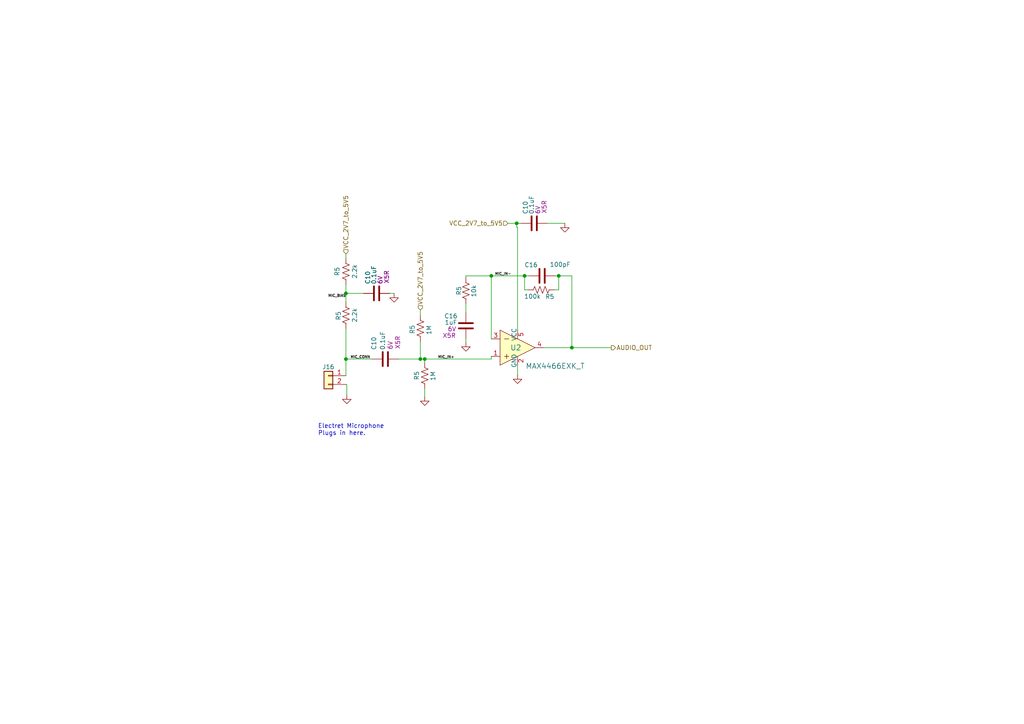
<source format=kicad_sch>
(kicad_sch (version 20230121) (generator eeschema)
  (paper "A4")
  (lib_symbols
    (symbol "4ms_Connector:Conn_01x02" (pin_names (offset 1.016) hide)
      (property "Reference" "J" (at 0 2.54 0))
      (property "Value" "Conn_01x02" (at 0 -5.08 0))
      (symbol "Conn_01x02_1_1"
        (rectangle (start -1.27 -2.413) (end 0 -2.667) (stroke (width 0.1524)))
        (rectangle (start -1.27 0.127) (end 0 -0.127) (stroke (width 0.1524)))
        (rectangle (start -1.27 1.27) (end 1.27 -3.81) (stroke (width 0.254)) (fill (type background)))
        (pin passive line (at -5.08 0 0) (length 3.81) (name "Pin_1") (number "1"))
        (pin passive line (at -5.08 -2.54 0) (length 3.81) (name "Pin_2") (number "2"))
      )
    )
    (symbol "Device:C" (pin_numbers hide) (pin_names (offset 0.254))
      (property "Reference" "C" (at 0.635 2.54 0))
      (property "Value" "C" (at 0.635 -2.54 0))
      (symbol "C_0_1"
        (polyline (pts (xy -2.032 -0.762) (xy 2.032 -0.762)) (stroke (width 0.508)))
        (polyline (pts (xy -2.032 0.762) (xy 2.032 0.762)) (stroke (width 0.508)))
      )
      (symbol "C_1_1"
        (pin passive line (at 0 3.81 270) (length 2.794) (name "~") (number "1"))
        (pin passive line (at 0 -3.81 90) (length 2.794) (name "~") (number "2"))
      )
    )
    (symbol "Device:R_US" (pin_numbers hide) (pin_names (offset 0))
      (property "Reference" "R" (at 2.54 0 90))
      (property "Value" "R_US" (at -2.54 0 90))
      (symbol "R_US_0_1"
        (polyline (pts (xy 0 -2.286) (xy 0 -2.54)))
        (polyline (pts (xy 0 2.286) (xy 0 2.54)))
        (polyline (pts (xy 0 -0.762) (xy 1.016 -1.143) (xy 0 -1.524) (xy -1.016 -1.905) (xy 0 -2.286)))
        (polyline (pts (xy 0 0.762) (xy 1.016 0.381) (xy 0 0) (xy -1.016 -0.381) (xy 0 -0.762)))
        (polyline (pts (xy 0 2.286) (xy 1.016 1.905) (xy 0 1.524) (xy -1.016 1.143) (xy 0 0.762)))
      )
      (symbol "R_US_1_1"
        (pin passive line (at 0 3.81 270) (length 1.27) (name "~") (number "1"))
        (pin passive line (at 0 -3.81 90) (length 1.27) (name "~") (number "2"))
      )
    )
    (symbol "dk_Linear-Amplifiers-Audio:MAX4466EXK_T" (pin_names (offset 0))
      (property "Reference" "U" (at -5.08 7.62 0))
      (property "Value" "MAX4466EXK_T" (at 2.54 -5.08 0))
      (symbol "MAX4466EXK_T_0_1"
        (polyline (pts (xy -3.81 -2.54) (xy -2.54 -2.54)))
        (polyline (pts (xy -3.81 2.54) (xy -2.54 2.54)))
        (polyline (pts (xy -3.175 -1.905) (xy -3.175 -3.175)))
        (polyline (pts (xy -5.08 5.08) (xy -5.08 -5.08) (xy 5.08 0) (xy -5.08 5.08)) (fill (type background)))
      )
      (symbol "MAX4466EXK_T_1_1"
        (pin input line (at -7.62 -2.54 0) (length 2.54) (name "~") (number "1"))
        (pin power_in line (at 0 -5.08 90) (length 2.54) (name "GND") (number "2"))
        (pin input line (at -7.62 2.54 0) (length 2.54) (name "~") (number "3"))
        (pin output line (at 7.62 0 180) (length 2.54) (name "~") (number "4"))
        (pin power_in line (at 0 5.08 270) (length 2.54) (name "VCC") (number "5"))
      )
    )
    (symbol "power:GND" (power) (pin_names (offset 0))
      (property "Value" "GND" (at 0 -3.81 0))
      (symbol "GND_0_1"
        (polyline (pts (xy 0 0) (xy 0 -1.27) (xy 1.27 -1.27) (xy 0 -2.54) (xy -1.27 -1.27) (xy 0 -1.27)))
      )
      (symbol "GND_1_1"
        (pin power_in line (at 0 0 270) (length 0) hide (name "GND") (number "1"))
      )
    )
  )
  (junction (at 123.19 104.14))
  (junction (at 142.494 80.01))
  (junction (at 121.92 104.14))
  (junction (at 100.33 85.09))
  (junction (at 100.33 104.14))
  (junction (at 149.86 64.77))
  (junction (at 152.146 80.01))
  (junction (at 162.052 80.01))
  (junction (at 165.862 100.838))
  (wire (pts (xy 152.146 80.01) (xy 152.146 84.074)))
  (wire (pts (xy 165.862 100.838) (xy 157.734 100.838)))
  (wire (pts (xy 150.114 105.918) (xy 150.114 108.712)))
  (wire (pts (xy 135.128 80.518) (xy 135.128 80.01)))
  (wire (pts (xy 100.33 111.506) (xy 100.584 111.506)))
  (wire (pts (xy 121.92 104.14) (xy 123.19 104.14)))
  (wire (pts (xy 100.33 85.09) (xy 100.33 87.63)))
  (wire (pts (xy 142.494 80.01) (xy 142.494 98.298)))
  (wire (pts (xy 105.41 85.09) (xy 100.33 85.09)))
  (wire (pts (xy 152.146 80.01) (xy 142.494 80.01)))
  (wire (pts (xy 147.32 64.77) (xy 149.86 64.77)))
  (wire (pts (xy 149.86 65.913) (xy 150.114 65.913)))
  (wire (pts (xy 165.862 100.838) (xy 177.292 100.838)))
  (wire (pts (xy 149.86 64.77) (xy 149.86 65.913)))
  (wire (pts (xy 100.33 104.14) (xy 100.33 108.966)))
  (wire (pts (xy 165.862 80.01) (xy 165.862 100.838)))
  (wire (pts (xy 100.584 111.506) (xy 100.584 114.554)))
  (wire (pts (xy 115.57 104.14) (xy 121.92 104.14)))
  (wire (pts (xy 100.33 104.14) (xy 107.95 104.14)))
  (wire (pts (xy 162.052 80.01) (xy 162.052 84.074)))
  (wire (pts (xy 121.92 99.06) (xy 121.92 104.14)))
  (wire (pts (xy 161.036 80.01) (xy 162.052 80.01)))
  (wire (pts (xy 100.33 95.25) (xy 100.33 104.14)))
  (wire (pts (xy 121.92 89.916) (xy 121.92 91.44)))
  (wire (pts (xy 135.128 80.01) (xy 142.494 80.01)))
  (wire (pts (xy 150.114 65.913) (xy 150.114 95.758)))
  (wire (pts (xy 160.782 84.074) (xy 162.052 84.074)))
  (wire (pts (xy 135.128 99.314) (xy 135.128 98.298)))
  (wire (pts (xy 100.33 73.66) (xy 100.33 74.93)))
  (wire (pts (xy 135.128 90.678) (xy 135.128 88.138)))
  (wire (pts (xy 100.33 82.55) (xy 100.33 85.09)))
  (wire (pts (xy 142.494 104.14) (xy 142.494 103.378)))
  (wire (pts (xy 123.19 104.14) (xy 123.19 105.156)))
  (wire (pts (xy 162.052 80.01) (xy 165.862 80.01)))
  (wire (pts (xy 158.75 64.77) (xy 163.83 64.77)))
  (wire (pts (xy 123.19 115.062) (xy 123.19 112.776)))
  (wire (pts (xy 153.162 84.074) (xy 152.146 84.074)))
  (wire (pts (xy 149.86 64.77) (xy 151.13 64.77)))
  (wire (pts (xy 153.416 80.01) (xy 152.146 80.01)))
  (wire (pts (xy 113.03 85.09) (xy 114.3 85.09)))
  (wire (pts (xy 123.19 104.14) (xy 142.494 104.14)))
  (text "Electret Microphone\nPlugs in here." (at 92.202 126.492 0) (effects (font (size 1.27 1.27)) (justify left bottom)))
  (label "MIC_IN-" (at 143.51 80.01 0) (effects (font (size 0.75 0.75))))
  (label "MIC_IN+" (at 127 104.14 0) (effects (font (size 0.75 0.75))))
  (label "MIC_CONN" (at 101.6 104.14 0) (effects (font (size 0.75 0.75))))
  (label "MIC_BIAS" (at 100.33 86.36 180) (effects (font (size 0.75 0.75))))
  (hierarchical_label "VCC_2V7_to_5V5" (shape input) (at 147.32 64.77 180))
  (hierarchical_label "VCC_2V7_to_5V5" (shape input) (at 100.33 73.66 90))
  (hierarchical_label "AUDIO_OUT" (shape output) (at 177.292 100.838 0))
  (hierarchical_label "VCC_2V7_to_5V5" (shape input) (at 121.92 89.916 90))
  (symbol (lib_id "Device:C") (at 135.128 94.488 180) (unit 1)
    (property "Reference" "C16" (at 130.7888 91.6731 0))
    (property "Value" "1uF" (at 130.7875 93.5338 0))
    (property "Footprint" "Capacitor_SMD:C_0603_1608Metric" (effects hide))
    (property "Voltage" "6V" (at 131.0841 95.4407 0))
    (property "Type" "X5R" (at 130.3002 97.3263 0))
    (instances (project "DaisySeedBreakout" (path "" (reference "C16") (unit 1)) (path "" (reference "C28") (unit 1))))
  )
  (symbol (lib_id "4ms_Connector:Conn_01x02") (at 95.25 108.966 0) (mirror y) (unit 1)
    (property "Reference" "J16" (at 95.25 106.426 0))
    (property "Value" "Conn_01x02" (effects hide))
    (property "Footprint" "1x2FemaleVertical:PinHeader_1x02_P2.54mm_VerticalFemale" (effects hide))
    (property "Specifications" "Pins_01x02, Header, Male Pins, 1*2, spacing 2.54mm, straight pin" (effects hide))
    (property "Manufacturer" "TAD" (effects hide))
    (property "Part Number" "RS1-02-G" (effects hide))
    (instances (project "DaisySeedBreakout" (path "" (reference "J16") (unit 1)) (path "" (reference "J17") (unit 1))))
  )
  (symbol (lib_id "power:GND") (at 163.83 64.77 0) (unit 1)
    (property "Reference" "#PWR029" (effects hide))
    (property "Value" "GND" (effects hide))
    (instances (project "DaisySeedBreakout" (path "" (reference "#PWR029") (unit 1)) (path "" (reference "#PWR048") (unit 1))))
  )
  (symbol (lib_id "power:GND") (at 100.584 114.554 0) (unit 1)
    (property "Reference" "#PWR02" (effects hide))
    (property "Value" "GND" (effects hide))
    (instances (project "DaisySeedBreakout" (path "" (reference "#PWR02") (unit 1)) (path "" (reference "#PWR031") (unit 1))))
  )
  (symbol (lib_id "Device:R_US") (at 123.19 108.966 180) (unit 1)
    (property "Reference" "R5" (at 120.8619 108.9427 90))
    (property "Value" "1M" (at 125.5886 109.0698 90))
    (property "Footprint" "Resistor_SMD:R_0603_1608Metric" (effects hide))
    (instances (project "DaisySeedBreakout" (path "" (reference "R5") (unit 1)) (path "" (reference "R16") (unit 1))))
  )
  (symbol (lib_id "Device:R_US") (at 135.128 84.328 180) (unit 1)
    (property "Reference" "R5" (at 133.096 84.328 90))
    (property "Value" "10k" (at 137.4339 84.4205 90))
    (property "Footprint" "Resistor_SMD:R_0603_1608Metric" (effects hide))
    (instances (project "DaisySeedBreakout" (path "" (reference "R5") (unit 1)) (path "" (reference "R20") (unit 1))))
  )
  (symbol (lib_id "Device:R_US") (at 156.972 84.074 270) (unit 1)
    (property "Reference" "R5" (at 159.4546 86.0507 90))
    (property "Value" "100k" (at 154.432 85.979 90))
    (property "Footprint" "Resistor_SMD:R_0603_1608Metric" (effects hide))
    (instances (project "DaisySeedBreakout" (path "" (reference "R5") (unit 1)) (path "" (reference "R17") (unit 1))))
  )
  (symbol (lib_id "Device:C") (at 111.76 104.14 90) (unit 1)
    (property "Reference" "C10" (at 108.4438 101.5352 0) (effects (justify left)))
    (property "Value" "0.1uF" (at 110.9838 101.5352 0) (effects (justify left)))
    (property "Footprint" "Capacitor_SMD:C_0603_1608Metric" (effects hide))
    (property "Voltage" "6V" (at 113.2247 100.1369 0))
    (property "Type" "X5R" (at 115.3779 99.2898 0))
    (instances (project "DaisySeedBreakout" (path "" (reference "C10") (unit 1)) (path "" (reference "C26") (unit 1))))
  )
  (symbol (lib_id "Device:C") (at 154.94 64.77 90) (unit 1)
    (property "Reference" "C10" (at 152.3987 62.1477 0) (effects (justify left)))
    (property "Value" "0.1uF" (at 154.1638 62.1652 0) (effects (justify left)))
    (property "Footprint" "Capacitor_SMD:C_0603_1608Metric" (effects hide))
    (property "Voltage" "6V" (at 156.0005 60.8552 0))
    (property "Type" "X5R" (at 157.865 59.9866 0))
    (instances (project "DaisySeedBreakout" (path "" (reference "C10") (unit 1)) (path "" (reference "C23") (unit 1))))
  )
  (symbol (lib_id "Device:R_US") (at 100.33 91.44 180) (unit 1)
    (property "Reference" "R5" (at 98.1662 91.5937 90))
    (property "Value" "2.2k" (at 102.87 91.44 90))
    (property "Footprint" "Resistor_SMD:R_0603_1608Metric" (effects hide))
    (instances (project "DaisySeedBreakout" (path "" (reference "R5") (unit 1)) (path "" (reference "R13") (unit 1))))
  )
  (symbol (lib_id "dk_Linear-Amplifiers-Audio:MAX4466EXK_T") (at 150.114 100.838 0) (unit 1)
    (property "Reference" "U2" (at 149.606 100.838 0) (effects (font (size 1.524 1.524))))
    (property "Value" "MAX4466EXK_T" (at 161.036 106.172 0) (effects (font (size 1.524 1.524))))
    (property "Footprint" "digikey-footprints:SOT-353" (effects hide))
    (property "Datasheet" "https://datasheets.maximintegrated.com/en/ds/MAX4465-MAX4469.pdf" (effects hide))
    (property "Digi-Key_PN" "MAX4466EXK+CT-ND" (effects hide))
    (property "MPN" "MAX4466EXK+T" (effects hide))
    (property "Category" "Integrated Circuits (ICs)" (effects hide))
    (property "Family" "Linear - Amplifiers - Audio" (effects hide))
    (property "DK_Datasheet_Link" "https://datasheets.maximintegrated.com/en/ds/MAX4465-MAX4469.pdf" (effects hide))
    (property "DK_Detail_Page" "/product-detail/en/maxim-integrated/MAX4466EXK-T/MAX4466EXK-CT-ND/5405773" (effects hide))
    (property "Description" "IC PREAMP AUDIO MONO AB SC70-5" (effects hide))
    (property "Manufacturer" "Maxim Integrated" (effects hide))
    (property "Status" "Active" (effects hide))
    (property "MnfNumber" "MAX4466EXK+T" (effects hide))
  )
  (symbol (lib_id "Device:R_US") (at 121.92 95.25 180) (unit 1)
    (property "Reference" "R5" (at 119.5919 95.5661 90))
    (property "Value" "1M" (at 124.4245 95.7145 90))
    (property "Footprint" "Resistor_SMD:R_0603_1608Metric" (effects hide))
    (instances (project "DaisySeedBreakout" (path "" (reference "R5") (unit 1)) (path "" (reference "R15") (unit 1))))
  )
  (symbol (lib_id "power:GND") (at 135.128 99.314 0) (unit 1)
    (property "Reference" "#PWR02" (effects hide))
    (property "Value" "GND" (effects hide))
    (instances (project "DaisySeedBreakout" (path "" (reference "#PWR02") (unit 1)) (path "" (reference "#PWR051") (unit 1))))
  )
  (symbol (lib_id "power:GND") (at 114.3 85.09 0) (unit 1)
    (property "Reference" "#PWR029" (effects hide))
    (property "Value" "GND" (effects hide))
    (instances (project "DaisySeedBreakout" (path "" (reference "#PWR029") (unit 1)) (path "" (reference "#PWR049") (unit 1))))
  )
  (symbol (lib_id "Device:C") (at 109.22 85.09 90) (unit 1)
    (property "Reference" "C10" (at 106.6787 82.4677 0) (effects (justify left)))
    (property "Value" "0.1uF" (at 108.4438 82.4852 0) (effects (justify left)))
    (property "Footprint" "Capacitor_SMD:C_0603_1608Metric" (effects hide))
    (property "Voltage" "6V" (at 110.2805 81.1752 0))
    (property "Type" "X5R" (at 112.145 80.3066 0))
    (instances (project "DaisySeedBreakout" (path "" (reference "C10") (unit 1)) (path "" (reference "C25") (unit 1))))
  )
  (symbol (lib_id "Device:R_US") (at 100.33 78.74 180) (unit 1)
    (property "Reference" "R5" (at 97.79 78.74 90))
    (property "Value" "2.2k" (at 102.87 78.74 90))
    (property "Footprint" "Resistor_SMD:R_0603_1608Metric" (effects hide))
    (instances (project "DaisySeedBreakout" (path "" (reference "R5") (unit 1)) (path "" (reference "R12") (unit 1))))
  )
  (symbol (lib_id "Device:C") (at 157.226 80.01 90) (unit 1)
    (property "Reference" "C16" (at 154.051 76.835 90))
    (property "Value" "100pF" (at 162.4686 76.7182 90))
    (property "Footprint" "Capacitor_SMD:C_0603_1608Metric" (effects hide))
    (property "MnfNumber" "HGC0402G0101J500NTEJ" (effects hide))
    (property "Voltage" "6V" (effects hide))
    (property "Type" "COG" (effects hide))
    (instances (project "DaisySeedBreakout" (path "" (reference "C16") (unit 1)) (path "" (reference "C27") (unit 1))))
  )
  (symbol (lib_id "power:GND") (at 123.19 115.062 0) (unit 1)
    (property "Reference" "#PWR02" (effects hide))
    (property "Value" "GND" (effects hide))
    (instances (project "DaisySeedBreakout" (path "" (reference "#PWR02") (unit 1)) (path "" (reference "#PWR050") (unit 1))))
  )
  (symbol (lib_id "power:GND") (at 150.114 108.712 0) (unit 1)
    (property "Reference" "#PWR02" (effects hide))
    (property "Value" "GND" (effects hide))
    (instances (project "DaisySeedBreakout" (path "" (reference "#PWR02") (unit 1)) (path "" (reference "#PWR047") (unit 1))))
  )
)
</source>
